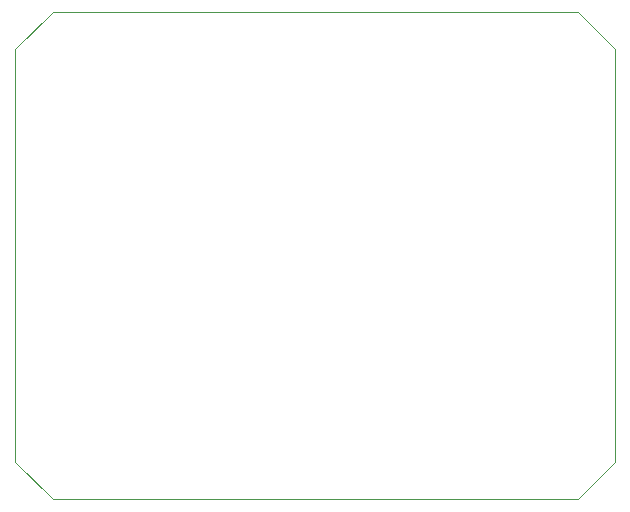
<source format=gbr>
%TF.GenerationSoftware,KiCad,Pcbnew,(5.1.12)-1*%
%TF.CreationDate,2022-08-18T02:06:40-04:00*%
%TF.ProjectId,MiniMicro,4d696e69-4d69-4637-926f-2e6b69636164,rev?*%
%TF.SameCoordinates,Original*%
%TF.FileFunction,Profile,NP*%
%FSLAX46Y46*%
G04 Gerber Fmt 4.6, Leading zero omitted, Abs format (unit mm)*
G04 Created by KiCad (PCBNEW (5.1.12)-1) date 2022-08-18 02:06:40*
%MOMM*%
%LPD*%
G01*
G04 APERTURE LIST*
%TA.AperFunction,Profile*%
%ADD10C,0.050000*%
%TD*%
G04 APERTURE END LIST*
D10*
X245110000Y-121285000D02*
X248285000Y-118110000D01*
X200660000Y-121285000D02*
X245110000Y-121285000D01*
X197485000Y-118110000D02*
X200660000Y-121285000D01*
X197485000Y-83185000D02*
X197485000Y-118110000D01*
X200660000Y-80010000D02*
X197485000Y-83185000D01*
X245110000Y-80010000D02*
X200660000Y-80010000D01*
X248285000Y-83185000D02*
X245110000Y-80010000D01*
X248285000Y-118110000D02*
X248285000Y-83185000D01*
M02*

</source>
